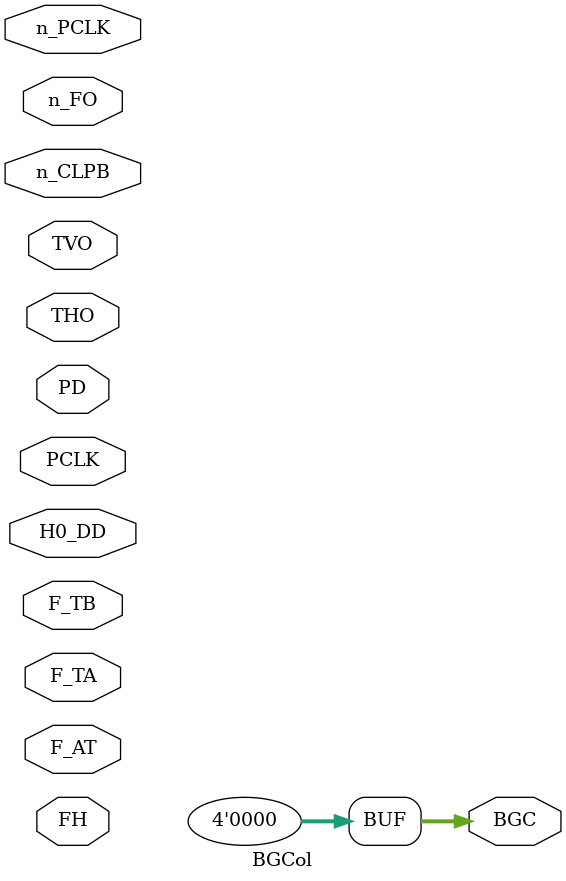
<source format=v>
module BGCol(	// file.cleaned.mlir:2:3
  input        n_PCLK,	// file.cleaned.mlir:2:23
               PCLK,	// file.cleaned.mlir:2:40
               H0_DD,	// file.cleaned.mlir:2:55
               F_TA,	// file.cleaned.mlir:2:71
               F_TB,	// file.cleaned.mlir:2:86
               n_FO,	// file.cleaned.mlir:2:101
               F_AT,	// file.cleaned.mlir:2:116
  input  [4:0] THO,	// file.cleaned.mlir:2:131
               TVO,	// file.cleaned.mlir:2:145
  input  [2:0] FH,	// file.cleaned.mlir:2:159
  input  [7:0] PD,	// file.cleaned.mlir:2:172
  input        n_CLPB,	// file.cleaned.mlir:2:185
  output [3:0] BGC	// file.cleaned.mlir:2:203
);

  assign BGC = 4'h0;	// file.cleaned.mlir:3:14, :4:5
endmodule


</source>
